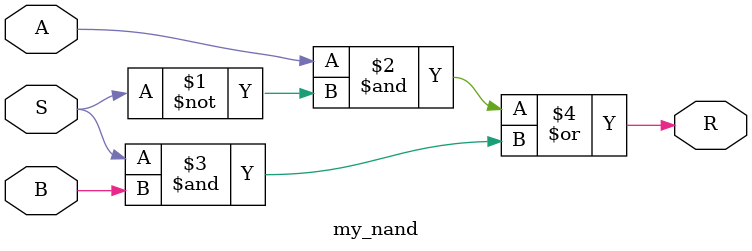
<source format=v>
module my_nand ( A, B, S, R);
    input A, B, S;
    output R;

    assign  R = ((A & ~S) | (S & B));
endmodule
</source>
